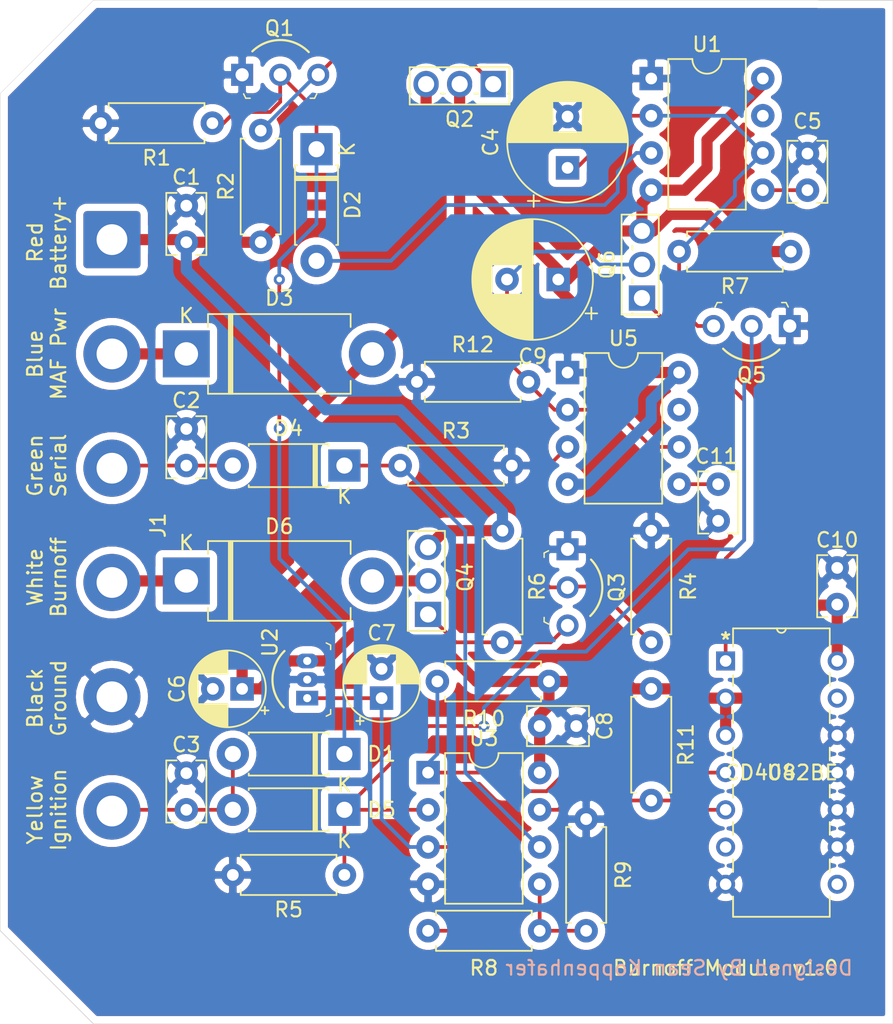
<source format=kicad_pcb>
(kicad_pcb (version 20171130) (host pcbnew "(5.1.10)-1")
  (title_block (title "Burn Off Module") (date 2021-10-03) (rev v1.0) (comment 2 creativecommons.org/license/by/4.0/) (comment 3 "License: CC BY 4.0") (comment 4 "Author: Sean Koppenhafer"))
  (layers (0 F.Cu signal hide) (31 B.Cu signal hide) (34 B.Paste user) (35 F.Paste user) (36 B.SilkS user) (37 F.SilkS user) (38 B.Mask user) (39 F.Mask user) (44 Edge.Cuts user))
  (net 0 "")
  (net 1 BAT_IN)
  (net 2 GROUND_IN)
  (net 3 SERIAL_IN)
  (net 4 IGNITION_IN)
  (net 5 "Net-(C4-Pad1)")
  (net 6 "Net-(C5-Pad1)")
  (net 7 PWR_OUT)
  (net 8 /5v_reg)
  (net 9 "Net-(D1-Pad1)")
  (net 10 /5sec_out)
  (net 11 /ignition_d)
  (net 12 BURNOFF_OUT)
  (net 13 "Net-(Q1-Pad3)")
  (net 14 /1sec_out)
  (net 15 "Net-(Q3-Pad3)")
  (net 16 /burnoff_asserted)
  (net 17 /ignition_is_off)
  (net 18 /serial_is_low)
  (net 19 "Net-(U1-Pad7)")
  (net 20 "Net-(U4-Pad6)")
  (net 21 "Net-(U4-Pad8)")
  (net 22 "Net-(U4-Pad13)")
  (net 23 "Net-(U5-Pad7)")
  (net 24 /switched_vcc)
  (net 25 "Net-(C9-Pad2)")
  (net 26 "Net-(C11-Pad1)")
  (net 27 /serial)
  (net 28 "Net-(D6-Pad2)")
  (net 29 "Net-(R8-Pad2)")
  (module Package_DIP:DIP-8_W7.62mm (layer F.Cu) (at 95.25 92.964)
    (fp_text reference U1 (at 3.81 -2.33) (layer F.SilkS))
    (fp_text value NA555P)
    (pad 1 thru_hole rect (at 0 0) (size 1.6 1.6) (drill 0.8) (layers *.Cu *.Mask) (net 2 GROUND_IN))
    (pad 5 thru_hole oval (at 7.62 7.62) (size 1.6 1.6) (drill 0.8) (layers *.Cu *.Mask) (net 6 "Net-(C5-Pad1)"))
    (pad 2 thru_hole oval (at 0 2.54) (size 1.6 1.6) (drill 0.8) (layers *.Cu *.Mask) (net 5 "Net-(C4-Pad1)"))
    (pad 6 thru_hole oval (at 7.62 5.08) (size 1.6 1.6) (drill 0.8) (layers *.Cu *.Mask) (net 5 "Net-(C4-Pad1)"))
    (pad 3 thru_hole oval (at 0 5.08) (size 1.6 1.6) (drill 0.8) (layers *.Cu *.Mask) (net 10 /5sec_out))
    (pad 7 thru_hole oval (at 7.62 2.54) (size 1.6 1.6) (drill 0.8) (layers *.Cu *.Mask) (net 19 "Net-(U1-Pad7)"))
    (pad 4 thru_hole oval (at 0 7.62) (size 1.6 1.6) (drill 0.8) (layers *.Cu *.Mask) (net 24 /switched_vcc))
    (pad 8 thru_hole oval (at 7.62 0) (size 1.6 1.6) (drill 0.8) (layers *.Cu *.Mask) (net 24 /switched_vcc))
  )
  (module Package_DIP:DIP-8_W7.62mm (layer F.Cu) (at 80.01 140.335)
    (fp_text reference U3 (at 3.81 -2.33) (layer F.SilkS))
    (fp_text value LM2903)
    (pad 8 thru_hole oval (at 7.62 0) (size 1.6 1.6) (drill 0.8) (layers *.Cu *.Mask) (net 24 /switched_vcc))
    (pad 4 thru_hole oval (at 0 7.62) (size 1.6 1.6) (drill 0.8) (layers *.Cu *.Mask) (net 2 GROUND_IN))
    (pad 7 thru_hole oval (at 7.62 2.54) (size 1.6 1.6) (drill 0.8) (layers *.Cu *.Mask) (net 18 /serial_is_low))
    (pad 3 thru_hole oval (at 0 5.08) (size 1.6 1.6) (drill 0.8) (layers *.Cu *.Mask) (net 8 /5v_reg))
    (pad 6 thru_hole oval (at 7.62 5.08) (size 1.6 1.6) (drill 0.8) (layers *.Cu *.Mask) (net 27 /serial))
    (pad 2 thru_hole oval (at 0 2.54) (size 1.6 1.6) (drill 0.8) (layers *.Cu *.Mask) (net 11 /ignition_d))
    (pad 5 thru_hole oval (at 7.62 7.62) (size 1.6 1.6) (drill 0.8) (layers *.Cu *.Mask) (net 29 "Net-(R8-Pad2)"))
    (pad 1 thru_hole rect (at 0 0) (size 1.6 1.6) (drill 0.8) (layers *.Cu *.Mask) (net 17 /ignition_is_off))
  )
  (module Capacitor_THT:C_Rect_L4.0mm_W2.5mm_P2.50mm (layer F.Cu) (at 107.95 126.365 270)
    (fp_text reference C10 (at -1.905 0 180) (layer F.SilkS))
    (fp_text value 0.1uF)
    (pad 1 thru_hole circle (at 0 0 270) (size 1.6 1.6) (drill 0.8) (layers *.Cu *.Mask) (net 24 /switched_vcc))
    (pad 2 thru_hole circle (at 2.5 0 270) (size 1.6 1.6) (drill 0.8) (layers *.Cu *.Mask) (net 2 GROUND_IN))
  )
  (module Diode_THT:D_DO-41_SOD81_P7.62mm_Horizontal (layer F.Cu) (at 72.39 97.79 270)
    (fp_text reference D2 (at 3.81 -2.47 90) (layer F.SilkS))
    (fp_text value D)
    (fp_text user K (at 0 -2.1 90) (layer F.SilkS))
    (pad 2 thru_hole oval (at 7.62 0 270) (size 2.2 2.2) (drill 1.1) (layers *.Cu *.Mask) (net 10 /5sec_out))
    (pad 1 thru_hole rect (at 0 0 270) (size 2.2 2.2) (drill 1.1) (layers *.Cu *.Mask) (net 9 "Net-(D1-Pad1)"))
  )
  (module Connector_Wire:SolderWire-1.5sqmm_1x06_P7.8mm_D1.7mm_OD3.9mm (layer F.Cu) (at 58.42 103.96 270)
    (fp_text reference J1 (at 19.5 -3.15 90) (layer F.SilkS))
    (fp_text value Conn_01x06_Male)
    (pad 1 thru_hole roundrect (at 0 0 270) (size 3.9 3.9) (drill 2.1) (layers *.Cu *.Mask) (roundrect_rratio 0.06410299999999999) (net 1 BAT_IN))
    (pad 2 thru_hole circle (at 7.8 0 270) (size 3.9 3.9) (drill 2.1) (layers *.Cu *.Mask) (net 7 PWR_OUT))
    (pad 3 thru_hole circle (at 15.6 0 270) (size 3.9 3.9) (drill 2.1) (layers *.Cu *.Mask) (net 3 SERIAL_IN))
    (pad 4 thru_hole circle (at 23.4 0 270) (size 3.9 3.9) (drill 2.1) (layers *.Cu *.Mask) (net 12 BURNOFF_OUT))
    (pad 5 thru_hole circle (at 31.2 0 270) (size 3.9 3.9) (drill 2.1) (layers *.Cu *.Mask) (net 2 GROUND_IN))
    (pad 6 thru_hole circle (at 39 0 270) (size 3.9 3.9) (drill 2.1) (layers *.Cu *.Mask) (net 4 IGNITION_IN))
  )
  (module Capacitor_THT:C_Rect_L4.0mm_W2.5mm_P2.50mm (layer F.Cu) (at 63.5 104.14 90)
    (fp_text reference C1 (at 4.445 0 180) (layer F.SilkS))
    (fp_text value 0.1uF)
    (pad 1 thru_hole circle (at 0 0 90) (size 1.6 1.6) (drill 0.8) (layers *.Cu *.Mask) (net 1 BAT_IN))
    (pad 2 thru_hole circle (at 2.5 0 90) (size 1.6 1.6) (drill 0.8) (layers *.Cu *.Mask) (net 2 GROUND_IN))
  )
  (module Capacitor_THT:C_Rect_L4.0mm_W2.5mm_P2.50mm (layer F.Cu) (at 63.5 119.38 90)
    (fp_text reference C2 (at 4.445 0 180) (layer F.SilkS))
    (fp_text value 0.1uF)
    (pad 1 thru_hole circle (at 0 0 90) (size 1.6 1.6) (drill 0.8) (layers *.Cu *.Mask) (net 3 SERIAL_IN))
    (pad 2 thru_hole circle (at 2.5 0 90) (size 1.6 1.6) (drill 0.8) (layers *.Cu *.Mask) (net 2 GROUND_IN))
  )
  (module Capacitor_THT:C_Rect_L4.0mm_W2.5mm_P2.50mm (layer F.Cu) (at 63.5 142.875 90)
    (fp_text reference C3 (at 4.445 0 180) (layer F.SilkS))
    (fp_text value 0.1uF)
    (pad 2 thru_hole circle (at 2.5 0 90) (size 1.6 1.6) (drill 0.8) (layers *.Cu *.Mask) (net 2 GROUND_IN))
    (pad 1 thru_hole circle (at 0 0 90) (size 1.6 1.6) (drill 0.8) (layers *.Cu *.Mask) (net 4 IGNITION_IN))
  )
  (module Capacitor_THT:C_Rect_L4.0mm_W2.5mm_P2.50mm (layer F.Cu) (at 105.918 100.584 90)
    (fp_text reference C5 (at 4.699 0 180) (layer F.SilkS))
    (fp_text value 0.1uF)
    (pad 1 thru_hole circle (at 0 0 90) (size 1.6 1.6) (drill 0.8) (layers *.Cu *.Mask) (net 6 "Net-(C5-Pad1)"))
    (pad 2 thru_hole circle (at 2.5 0 90) (size 1.6 1.6) (drill 0.8) (layers *.Cu *.Mask) (net 2 GROUND_IN))
  )
  (module Capacitor_THT:CP_Radial_D5.0mm_P2.00mm (layer F.Cu) (at 67.31 134.62 180)
    (fp_text reference C6 (at 4.445 0 90) (layer F.SilkS))
    (fp_text value 2.2uF)
    (pad 2 thru_hole circle (at 2 0 180) (size 1.6 1.6) (drill 0.8) (layers *.Cu *.Mask) (net 2 GROUND_IN))
    (pad 1 thru_hole rect (at 0 0 180) (size 1.6 1.6) (drill 0.8) (layers *.Cu *.Mask) (net 24 /switched_vcc))
  )
  (module Capacitor_THT:CP_Radial_D5.0mm_P2.00mm (layer F.Cu) (at 76.835 135.255 90)
    (fp_text reference C7 (at 4.445 0) (layer F.SilkS))
    (fp_text value 2.2uF)
    (pad 1 thru_hole rect (at 0 0 90) (size 1.6 1.6) (drill 0.8) (layers *.Cu *.Mask) (net 8 /5v_reg))
    (pad 2 thru_hole circle (at 2 0 90) (size 1.6 1.6) (drill 0.8) (layers *.Cu *.Mask) (net 2 GROUND_IN))
  )
  (module Capacitor_THT:C_Rect_L4.0mm_W2.5mm_P2.50mm (layer F.Cu) (at 87.63 137.16)
    (fp_text reference C8 (at 4.445 0 90) (layer F.SilkS))
    (fp_text value 0.1uF)
    (pad 2 thru_hole circle (at 2.5 0) (size 1.6 1.6) (drill 0.8) (layers *.Cu *.Mask) (net 2 GROUND_IN))
    (pad 1 thru_hole circle (at 0 0) (size 1.6 1.6) (drill 0.8) (layers *.Cu *.Mask) (net 24 /switched_vcc))
  )
  (module Capacitor_THT:C_Rect_L4.0mm_W2.5mm_P2.50mm (layer F.Cu) (at 99.822 120.65 270)
    (fp_text reference C11 (at -1.905 0.127 180) (layer F.SilkS))
    (fp_text value 0.1uF)
    (pad 2 thru_hole circle (at 2.5 0 270) (size 1.6 1.6) (drill 0.8) (layers *.Cu *.Mask) (net 2 GROUND_IN))
    (pad 1 thru_hole circle (at 0 0 270) (size 1.6 1.6) (drill 0.8) (layers *.Cu *.Mask) (net 26 "Net-(C11-Pad1)"))
  )
  (module Diode_THT:D_DO-201AD_P12.70mm_Horizontal (layer F.Cu) (at 63.5 111.76)
    (fp_text reference D3 (at 6.35 -3.81) (layer F.SilkS))
    (fp_text value D_Schottky)
    (fp_text user K (at 0 -2.6) (layer F.SilkS))
    (pad 2 thru_hole oval (at 12.7 0) (size 3.2 3.2) (drill 1.6) (layers *.Cu *.Mask) (net 24 /switched_vcc))
    (pad 1 thru_hole rect (at 0 0) (size 3.2 3.2) (drill 1.6) (layers *.Cu *.Mask) (net 7 PWR_OUT))
  )
  (module Diode_THT:D_DO-201AD_P12.70mm_Horizontal (layer F.Cu) (at 63.5 127.254)
    (fp_text reference D6 (at 6.35 -3.72) (layer F.SilkS))
    (fp_text value D_Schottky)
    (fp_text user K (at 0 -2.6) (layer F.SilkS))
    (pad 1 thru_hole rect (at 0 0) (size 3.2 3.2) (drill 1.6) (layers *.Cu *.Mask) (net 12 BURNOFF_OUT))
    (pad 2 thru_hole oval (at 12.7 0) (size 3.2 3.2) (drill 1.6) (layers *.Cu *.Mask) (net 28 "Net-(D6-Pad2)"))
  )
  (module digikey-footprints:TO-92-3_Formed_Leads (layer F.Cu) (at 67.31 92.71)
    (fp_text reference Q1 (at 2.54 -3.175) (layer F.SilkS))
    (fp_text value Q_NMOS_SGD)
    (pad 2 thru_hole circle (at 2.6 0 180) (size 1.5 1.5) (drill 0.9) (layers *.Cu *.Mask) (net 9 "Net-(D1-Pad1)"))
    (pad 3 thru_hole circle (at 5.2 0 180) (size 1.5 1.5) (drill 0.9) (layers *.Cu *.Mask) (net 13 "Net-(Q1-Pad3)"))
    (pad 1 thru_hole rect (at 0 0 180) (size 1.5 1.5) (drill 0.9) (layers *.Cu *.Mask) (net 2 GROUND_IN))
  )
  (module Package_TO_SOT_THT:TO-251-3_Vertical (layer F.Cu) (at 84.455 93.345 180)
    (fp_text reference Q2 (at 2.29 -2.39) (layer F.SilkS))
    (fp_text value Q_PMOS_GDS)
    (pad 1 thru_hole rect (at 0 0 180) (size 1.7175 1.8) (drill 1.1) (layers *.Cu *.Mask) (net 13 "Net-(Q1-Pad3)"))
    (pad 2 thru_hole oval (at 2.29 0 180) (size 1.7175 1.8) (drill 1.1) (layers *.Cu *.Mask) (net 24 /switched_vcc))
    (pad 3 thru_hole oval (at 4.58 0 180) (size 1.7175 1.8) (drill 1.1) (layers *.Cu *.Mask) (net 1 BAT_IN))
  )
  (module digikey-footprints:TO-92-3_Formed_Leads (layer F.Cu) (at 89.535 125.095 270)
    (fp_text reference Q3 (at 2.6 -3.35 90) (layer F.SilkS))
    (fp_text value Q_NMOS_SGD)
    (pad 1 thru_hole rect (at 0 0 90) (size 1.5 1.5) (drill 0.9) (layers *.Cu *.Mask) (net 2 GROUND_IN))
    (pad 3 thru_hole circle (at 5.2 0 90) (size 1.5 1.5) (drill 0.9) (layers *.Cu *.Mask) (net 15 "Net-(Q3-Pad3)"))
    (pad 2 thru_hole circle (at 2.6 0 90) (size 1.5 1.5) (drill 0.9) (layers *.Cu *.Mask) (net 14 /1sec_out))
  )
  (module Package_TO_SOT_THT:TO-251-3_Vertical (layer F.Cu) (at 80.01 129.54 90)
    (fp_text reference Q4 (at 2.54 2.54 90) (layer F.SilkS))
    (fp_text value Q_PMOS_GDS)
    (pad 1 thru_hole rect (at 0 0 90) (size 1.7175 1.8) (drill 1.1) (layers *.Cu *.Mask) (net 15 "Net-(Q3-Pad3)"))
    (pad 2 thru_hole oval (at 2.29 0 90) (size 1.7175 1.8) (drill 1.1) (layers *.Cu *.Mask) (net 28 "Net-(D6-Pad2)"))
    (pad 3 thru_hole oval (at 4.58 0 90) (size 1.7175 1.8) (drill 1.1) (layers *.Cu *.Mask) (net 1 BAT_IN))
  )
  (module digikey-footprints:TO-92-3_Formed_Leads (layer F.Cu) (at 104.708 109.855 180)
    (fp_text reference Q5 (at 2.6 -3.35) (layer F.SilkS))
    (fp_text value Q_NMOS_SGD)
    (pad 2 thru_hole circle (at 2.6 0) (size 1.5 1.5) (drill 0.9) (layers *.Cu *.Mask) (net 11 /ignition_d))
    (pad 3 thru_hole circle (at 5.2 0) (size 1.5 1.5) (drill 0.9) (layers *.Cu *.Mask) (net 5 "Net-(C4-Pad1)"))
    (pad 1 thru_hole rect (at 0 0) (size 1.5 1.5) (drill 0.9) (layers *.Cu *.Mask) (net 2 GROUND_IN))
  )
  (module Package_TO_SOT_THT:TO-251-3_Vertical (layer F.Cu) (at 94.615 107.95 90)
    (fp_text reference Q6 (at 2.29 -2.39 90) (layer F.SilkS))
    (fp_text value Q_PMOS_GDS)
    (pad 3 thru_hole oval (at 4.58 0 90) (size 1.7175 1.8) (drill 1.1) (layers *.Cu *.Mask) (net 24 /switched_vcc))
    (pad 2 thru_hole oval (at 2.29 0 90) (size 1.7175 1.8) (drill 1.1) (layers *.Cu *.Mask) (net 25 "Net-(C9-Pad2)"))
    (pad 1 thru_hole rect (at 0 0 90) (size 1.7175 1.8) (drill 1.1) (layers *.Cu *.Mask) (net 16 /burnoff_asserted))
  )
  (module Resistor_THT:R_Axial_DIN0207_L6.3mm_D2.5mm_P7.62mm_Horizontal (layer F.Cu) (at 68.58 104.14 90)
    (fp_text reference R2 (at 3.81 -2.37 90) (layer F.SilkS))
    (fp_text value 10k)
    (pad 2 thru_hole oval (at 7.62 0 90) (size 1.6 1.6) (drill 0.8) (layers *.Cu *.Mask) (net 13 "Net-(Q1-Pad3)"))
    (pad 1 thru_hole circle (at 0 0 90) (size 1.6 1.6) (drill 0.8) (layers *.Cu *.Mask) (net 1 BAT_IN))
  )
  (module Resistor_THT:R_Axial_DIN0207_L6.3mm_D2.5mm_P7.62mm_Horizontal (layer F.Cu) (at 85.09 123.825 270)
    (fp_text reference R6 (at 3.81 -2.37 90) (layer F.SilkS))
    (fp_text value 10k)
    (pad 1 thru_hole circle (at 0 0 270) (size 1.6 1.6) (drill 0.8) (layers *.Cu *.Mask) (net 1 BAT_IN))
    (pad 2 thru_hole oval (at 7.62 0 270) (size 1.6 1.6) (drill 0.8) (layers *.Cu *.Mask) (net 15 "Net-(Q3-Pad3)"))
  )
  (module Resistor_THT:R_Axial_DIN0207_L6.3mm_D2.5mm_P7.62mm_Horizontal (layer F.Cu) (at 104.775 104.775 180)
    (fp_text reference R7 (at 3.81 -2.37) (layer F.SilkS))
    (fp_text value 47k)
    (pad 1 thru_hole circle (at 0 0 180) (size 1.6 1.6) (drill 0.8) (layers *.Cu *.Mask) (net 24 /switched_vcc))
    (pad 2 thru_hole oval (at 7.62 0 180) (size 1.6 1.6) (drill 0.8) (layers *.Cu *.Mask) (net 5 "Net-(C4-Pad1)"))
  )
  (module Resistor_THT:R_Axial_DIN0207_L6.3mm_D2.5mm_P7.62mm_Horizontal (layer F.Cu) (at 80.01 151.13)
    (fp_text reference R8 (at 3.81 2.54) (layer F.SilkS))
    (fp_text value 560)
    (pad 2 thru_hole oval (at 7.62 0) (size 1.6 1.6) (drill 0.8) (layers *.Cu *.Mask) (net 29 "Net-(R8-Pad2)"))
    (pad 1 thru_hole circle (at 0 0) (size 1.6 1.6) (drill 0.8) (layers *.Cu *.Mask) (net 8 /5v_reg))
  )
  (module Resistor_THT:R_Axial_DIN0207_L6.3mm_D2.5mm_P7.62mm_Horizontal (layer F.Cu) (at 90.805 151.13 90)
    (fp_text reference R9 (at 3.81 2.54 90) (layer F.SilkS))
    (fp_text value 1k)
    (pad 1 thru_hole circle (at 0 0 90) (size 1.6 1.6) (drill 0.8) (layers *.Cu *.Mask) (net 29 "Net-(R8-Pad2)"))
    (pad 2 thru_hole oval (at 7.62 0 90) (size 1.6 1.6) (drill 0.8) (layers *.Cu *.Mask) (net 2 GROUND_IN))
  )
  (module Resistor_THT:R_Axial_DIN0207_L6.3mm_D2.5mm_P7.62mm_Horizontal (layer F.Cu) (at 88.265 134.112 180)
    (fp_text reference R10 (at 4.445 -2.54) (layer F.SilkS))
    (fp_text value 10k)
    (pad 2 thru_hole oval (at 7.62 0 180) (size 1.6 1.6) (drill 0.8) (layers *.Cu *.Mask) (net 17 /ignition_is_off))
    (pad 1 thru_hole circle (at 0 0 180) (size 1.6 1.6) (drill 0.8) (layers *.Cu *.Mask) (net 24 /switched_vcc))
  )
  (module Resistor_THT:R_Axial_DIN0207_L6.3mm_D2.5mm_P7.62mm_Horizontal (layer F.Cu) (at 95.25 134.62 270)
    (fp_text reference R11 (at 3.81 -2.37 90) (layer F.SilkS))
    (fp_text value 10k)
    (pad 1 thru_hole circle (at 0 0 270) (size 1.6 1.6) (drill 0.8) (layers *.Cu *.Mask) (net 24 /switched_vcc))
    (pad 2 thru_hole oval (at 7.62 0 270) (size 1.6 1.6) (drill 0.8) (layers *.Cu *.Mask) (net 18 /serial_is_low))
  )
  (module Resistor_THT:R_Axial_DIN0207_L6.3mm_D2.5mm_P7.62mm_Horizontal (layer F.Cu) (at 86.868 113.665 180)
    (fp_text reference R12 (at 3.81 2.54) (layer F.SilkS))
    (fp_text value 39k)
    (pad 2 thru_hole oval (at 7.62 0 180) (size 1.6 1.6) (drill 0.8) (layers *.Cu *.Mask) (net 2 GROUND_IN))
    (pad 1 thru_hole circle (at 0 0 180) (size 1.6 1.6) (drill 0.8) (layers *.Cu *.Mask) (net 25 "Net-(C9-Pad2)"))
  )
  (module digikey-footprints:TO-92-3 (layer F.Cu) (at 71.755 135.255 90)
    (fp_text reference U2 (at 3.81 -2.54 90) (layer F.SilkS))
    (fp_text value LP2950-5.0_TO92)
    (pad 2 thru_hole oval (at 1.27 0 270) (size 1 1.5) (drill 0.55) (layers *.Cu *.Mask) (net 2 GROUND_IN))
    (pad 3 thru_hole oval (at 2.54 0 270) (size 1 1.5) (drill 0.55) (layers *.Cu *.Mask) (net 24 /switched_vcc))
    (pad 1 thru_hole rect (at 0 0 270) (size 1 1.5) (drill 0.55) (layers *.Cu *.Mask) (net 8 /5v_reg))
  )
  (module footprints:CD4082BE (layer F.Cu) (at 107.95 147.955)
    (fp_text reference U4 (at -3.81 -7.62) (layer F.SilkS))
    (fp_text value CD4082BE (at -3.81 -7.62) (layer F.SilkS))
    (fp_text user * (at -7.62 -16.6497) (layer F.SilkS))
    (fp_text user * (at -7.62 -16.6497) (layer F.SilkS))
    (pad 1 thru_hole rect (at -7.62 -15.24) (size 1.2954 1.2954) (drill 0.7874) (layers *.Cu *.Mask) (net 16 /burnoff_asserted))
    (pad 2 thru_hole circle (at -7.62 -12.7) (size 1.2954 1.2954) (drill 0.7874) (layers *.Cu *.Mask) (net 24 /switched_vcc))
    (pad 3 thru_hole circle (at -7.62 -10.16) (size 1.2954 1.2954) (drill 0.7874) (layers *.Cu *.Mask) (net 24 /switched_vcc))
    (pad 4 thru_hole circle (at -7.62 -7.62) (size 1.2954 1.2954) (drill 0.7874) (layers *.Cu *.Mask) (net 17 /ignition_is_off))
    (pad 5 thru_hole circle (at -7.62 -5.08) (size 1.2954 1.2954) (drill 0.7874) (layers *.Cu *.Mask) (net 18 /serial_is_low))
    (pad 6 thru_hole circle (at -7.62 -2.54) (size 1.2954 1.2954) (drill 0.7874) (layers *.Cu *.Mask) (net 20 "Net-(U4-Pad6)"))
    (pad 7 thru_hole circle (at -7.62 0) (size 1.2954 1.2954) (drill 0.7874) (layers *.Cu *.Mask) (net 2 GROUND_IN))
    (pad 8 thru_hole circle (at 0 0) (size 1.2954 1.2954) (drill 0.7874) (layers *.Cu *.Mask) (net 21 "Net-(U4-Pad8)"))
    (pad 9 thru_hole circle (at 0 -2.54) (size 1.2954 1.2954) (drill 0.7874) (layers *.Cu *.Mask) (net 2 GROUND_IN))
    (pad 10 thru_hole circle (at 0 -5.08) (size 1.2954 1.2954) (drill 0.7874) (layers *.Cu *.Mask) (net 2 GROUND_IN))
    (pad 11 thru_hole circle (at 0 -7.62) (size 1.2954 1.2954) (drill 0.7874) (layers *.Cu *.Mask) (net 2 GROUND_IN))
    (pad 12 thru_hole circle (at 0 -10.16) (size 1.2954 1.2954) (drill 0.7874) (layers *.Cu *.Mask) (net 2 GROUND_IN))
    (pad 13 thru_hole circle (at 0 -12.7) (size 1.2954 1.2954) (drill 0.7874) (layers *.Cu *.Mask) (net 22 "Net-(U4-Pad13)"))
    (pad 14 thru_hole circle (at 0 -15.24) (size 1.2954 1.2954) (drill 0.7874) (layers *.Cu *.Mask) (net 24 /switched_vcc))
  )
  (module Package_DIP:DIP-8_W7.62mm (layer F.Cu) (at 89.535 113.03)
    (fp_text reference U5 (at 3.81 -2.33) (layer F.SilkS))
    (fp_text value NA555P)
    (pad 1 thru_hole rect (at 0 0) (size 1.6 1.6) (drill 0.8) (layers *.Cu *.Mask) (net 2 GROUND_IN))
    (pad 5 thru_hole oval (at 7.62 7.62) (size 1.6 1.6) (drill 0.8) (layers *.Cu *.Mask) (net 26 "Net-(C11-Pad1)"))
    (pad 2 thru_hole oval (at 0 2.54) (size 1.6 1.6) (drill 0.8) (layers *.Cu *.Mask) (net 25 "Net-(C9-Pad2)"))
    (pad 6 thru_hole oval (at 7.62 5.08) (size 1.6 1.6) (drill 0.8) (layers *.Cu *.Mask) (net 25 "Net-(C9-Pad2)"))
    (pad 3 thru_hole oval (at 0 5.08) (size 1.6 1.6) (drill 0.8) (layers *.Cu *.Mask) (net 14 /1sec_out))
    (pad 7 thru_hole oval (at 7.62 2.54) (size 1.6 1.6) (drill 0.8) (layers *.Cu *.Mask) (net 23 "Net-(U5-Pad7)"))
    (pad 4 thru_hole oval (at 0 7.62) (size 1.6 1.6) (drill 0.8) (layers *.Cu *.Mask) (net 24 /switched_vcc))
    (pad 8 thru_hole oval (at 7.62 0) (size 1.6 1.6) (drill 0.8) (layers *.Cu *.Mask) (net 24 /switched_vcc))
  )
  (module Diode_THT:D_DO-41_SOD81_P7.62mm_Horizontal (layer F.Cu) (at 74.295 139.065 180)
    (fp_text reference D1 (at -2.54 0) (layer F.SilkS))
    (fp_text value D)
    (fp_text user K (at 0 -2.1) (layer F.SilkS))
    (pad 2 thru_hole oval (at 7.62 0 180) (size 2.2 2.2) (drill 1.1) (layers *.Cu *.Mask) (net 4 IGNITION_IN))
    (pad 1 thru_hole rect (at 0 0 180) (size 2.2 2.2) (drill 1.1) (layers *.Cu *.Mask) (net 9 "Net-(D1-Pad1)"))
  )
  (module Diode_THT:D_DO-41_SOD81_P7.62mm_Horizontal (layer F.Cu) (at 74.295 119.38 180)
    (fp_text reference D4 (at 3.81 2.54) (layer F.SilkS))
    (fp_text value D)
    (fp_text user K (at 0 -2.1) (layer F.SilkS))
    (pad 2 thru_hole oval (at 7.62 0 180) (size 2.2 2.2) (drill 1.1) (layers *.Cu *.Mask) (net 3 SERIAL_IN))
    (pad 1 thru_hole rect (at 0 0 180) (size 2.2 2.2) (drill 1.1) (layers *.Cu *.Mask) (net 27 /serial))
  )
  (module Diode_THT:D_DO-41_SOD81_P7.62mm_Horizontal (layer F.Cu) (at 74.295 142.875 180)
    (fp_text reference D5 (at -2.54 0) (layer F.SilkS))
    (fp_text value D)
    (fp_text user K (at 0 -2.1) (layer F.SilkS))
    (pad 1 thru_hole rect (at 0 0 180) (size 2.2 2.2) (drill 1.1) (layers *.Cu *.Mask) (net 11 /ignition_d))
    (pad 2 thru_hole oval (at 7.62 0 180) (size 2.2 2.2) (drill 1.1) (layers *.Cu *.Mask) (net 4 IGNITION_IN))
  )
  (module Resistor_THT:R_Axial_DIN0207_L6.3mm_D2.5mm_P7.62mm_Horizontal (layer F.Cu) (at 65.278 96.012 180)
    (fp_text reference R1 (at 3.81 -2.37) (layer F.SilkS))
    (fp_text value 10k)
    (pad 2 thru_hole oval (at 7.62 0 180) (size 1.6 1.6) (drill 0.8) (layers *.Cu *.Mask) (net 2 GROUND_IN))
    (pad 1 thru_hole circle (at 0 0 180) (size 1.6 1.6) (drill 0.8) (layers *.Cu *.Mask) (net 9 "Net-(D1-Pad1)"))
  )
  (module Resistor_THT:R_Axial_DIN0207_L6.3mm_D2.5mm_P7.62mm_Horizontal (layer F.Cu) (at 78.105 119.38)
    (fp_text reference R3 (at 3.81 -2.37) (layer F.SilkS))
    (fp_text value 10k)
    (pad 2 thru_hole oval (at 7.62 0) (size 1.6 1.6) (drill 0.8) (layers *.Cu *.Mask) (net 2 GROUND_IN))
    (pad 1 thru_hole circle (at 0 0) (size 1.6 1.6) (drill 0.8) (layers *.Cu *.Mask) (net 27 /serial))
  )
  (module Resistor_THT:R_Axial_DIN0207_L6.3mm_D2.5mm_P7.62mm_Horizontal (layer F.Cu) (at 95.25 131.445 90)
    (fp_text reference R4 (at 3.81 2.54 90) (layer F.SilkS))
    (fp_text value 10k)
    (pad 1 thru_hole circle (at 0 0 90) (size 1.6 1.6) (drill 0.8) (layers *.Cu *.Mask) (net 14 /1sec_out))
    (pad 2 thru_hole oval (at 7.62 0 90) (size 1.6 1.6) (drill 0.8) (layers *.Cu *.Mask) (net 2 GROUND_IN))
  )
  (module Resistor_THT:R_Axial_DIN0207_L6.3mm_D2.5mm_P7.62mm_Horizontal (layer F.Cu) (at 74.295 147.32 180)
    (fp_text reference R5 (at 3.81 -2.37) (layer F.SilkS))
    (fp_text value 10k)
    (pad 1 thru_hole circle (at 0 0 180) (size 1.6 1.6) (drill 0.8) (layers *.Cu *.Mask) (net 11 /ignition_d))
    (pad 2 thru_hole oval (at 7.62 0 180) (size 1.6 1.6) (drill 0.8) (layers *.Cu *.Mask) (net 2 GROUND_IN))
  )
  (module Capacitor_THT:CP_Radial_D8.0mm_P3.50mm (layer F.Cu) (at 89.535 99.06 90)
    (fp_text reference C4 (at 1.75 -5.25 90) (layer F.SilkS))
    (fp_text value 100uF)
    (pad 2 thru_hole circle (at 3.5 0 90) (size 1.6 1.6) (drill 0.8) (layers *.Cu *.Mask) (net 2 GROUND_IN))
    (pad 1 thru_hole rect (at 0 0 90) (size 1.6 1.6) (drill 0.8) (layers *.Cu *.Mask) (net 5 "Net-(C4-Pad1)"))
  )
  (module Capacitor_THT:CP_Radial_D8.0mm_P3.50mm (layer F.Cu) (at 88.9 106.68 180)
    (fp_text reference C9 (at 1.75 -5.25) (layer F.SilkS))
    (fp_text value 100uF)
    (pad 1 thru_hole rect (at 0 0 180) (size 1.6 1.6) (drill 0.8) (layers *.Cu *.Mask) (net 24 /switched_vcc))
    (pad 2 thru_hole circle (at 3.5 0 180) (size 1.6 1.6) (drill 0.8) (layers *.Cu *.Mask) (net 25 "Net-(C9-Pad2)"))
  )
  (gr_text "Designed By Sean Koppenhafer" (at 97.155 153.67) (layer B.SilkS) (effects (font (size 1 1)) (justify mirror)))
  (gr_text "Yellow\nIgnition" (at 53.975 142.875 90) (layer F.SilkS) (effects (font (size 1 1))))
  (gr_text "Black\nGround" (at 53.975 135.255 90) (layer F.SilkS) (effects (font (size 1 1))))
  (gr_text "White\nBurnoff" (at 53.975 127 90) (layer F.SilkS) (effects (font (size 1 1))))
  (gr_text "Green\nSerial" (at 53.975 119.38 90) (layer F.SilkS) (effects (font (size 1 1))))
  (gr_text "Blue\nMAF Pwr" (at 53.975 111.76 90) (layer F.SilkS) (effects (font (size 1 1))))
  (gr_text "Red\nBattery+" (at 53.975 104.14 90) (layer F.SilkS) (effects (font (size 1 1))))
  (gr_text "Burnoff Module v1.0" (at 100.33 153.67) (layer F.SilkS) (effects (font (size 1 1))))
  (gr_line (start 111.76 87.63) (end 106.68 87.63) (layer Edge.Cuts) (width 0.05))
  (gr_line (start 111.76 157.48) (end 111.76 87.63) (layer Edge.Cuts) (width 0.05))
  (gr_line (start 106.68 157.48) (end 111.76 157.48) (layer Edge.Cuts) (width 0.05))
  (gr_line (start 50.8 93.98) (end 50.8 151.13) (layer Edge.Cuts) (width 0.0254))
  (gr_line (start 106.68 87.63) (end 57.15 87.63) (layer Edge.Cuts) (width 0.0254))
  (gr_line (start 57.15 87.63) (end 50.8 93.98) (layer Edge.Cuts) (width 0.0254))
  (gr_line (start 57.15 157.48) (end 106.68 157.48) (layer Edge.Cuts) (width 0.05))
  (gr_line (start 50.8 151.13) (end 57.15 157.48) (layer Edge.Cuts) (width 0.05))
  (segment (start 63.32 103.96) (end 63.5 104.14) (width 0.254) (layer F.Cu) (net 1))
  (segment (start 58.42 103.96) (end 63.32 103.96) (width 0.762) (layer F.Cu) (net 1))
  (segment (start 79.875 93.345) (end 79.875 96.02) (width 0.762) (layer F.Cu) (net 1))
  (segment (start 74.295 101.6) (end 71.755 101.6) (width 0.762) (layer F.Cu) (net 1))
  (segment (start 79.875 96.02) (end 74.295 101.6) (width 0.762) (layer F.Cu) (net 1))
  (segment (start 63.5 104.14) (end 68.58 104.14) (width 0.762) (layer F.Cu) (net 1))
  (segment (start 71.12 101.6) (end 71.755 101.6) (width 0.762) (layer F.Cu) (net 1))
  (segment (start 68.58 104.14) (end 71.12 101.6) (width 0.762) (layer F.Cu) (net 1))
  (segment (start 81.145 123.825) (end 80.01 124.96) (width 0.762) (layer F.Cu) (net 1))
  (segment (start 85.09 123.825) (end 81.145 123.825) (width 0.762) (layer F.Cu) (net 1))
  (segment (start 73.025 115.57) (end 63.5 106.045) (width 0.762) (layer B.Cu) (net 1))
  (segment (start 78.105 115.57) (end 73.025 115.57) (width 0.762) (layer B.Cu) (net 1))
  (segment (start 63.5 106.045) (end 63.5 104.14) (width 0.762) (layer B.Cu) (net 1))
  (segment (start 85.09 122.555) (end 78.105 115.57) (width 0.762) (layer B.Cu) (net 1))
  (segment (start 85.09 123.825) (end 85.09 122.555) (width 0.762) (layer B.Cu) (net 1))
  (segment (start 58.6 119.38) (end 58.42 119.56) (width 0.254) (layer F.Cu) (net 3))
  (segment (start 63.5 119.38) (end 58.6 119.38) (width 0.254) (layer F.Cu) (net 3))
  (segment (start 63.5 119.38) (end 66.675 119.38) (width 0.254) (layer F.Cu) (net 3))
  (segment (start 58.505 142.875) (end 58.42 142.96) (width 0.254) (layer F.Cu) (net 4))
  (segment (start 63.5 142.875) (end 58.505 142.875) (width 0.254) (layer F.Cu) (net 4))
  (segment (start 63.5 142.875) (end 66.675 142.875) (width 0.254) (layer F.Cu) (net 4))
  (segment (start 66.675 142.875) (end 66.675 139.065) (width 0.254) (layer F.Cu) (net 4))
  (segment (start 97.155 108.01) (end 97.155 104.775) (width 0.254) (layer F.Cu) (net 5))
  (segment (start 99.508 109.855) (end 98.425 109.855) (width 0.254) (layer F.Cu) (net 5))
  (segment (start 97.155 108.585) (end 97.155 108.01) (width 0.254) (layer F.Cu) (net 5))
  (segment (start 98.425 109.855) (end 97.155 108.585) (width 0.254) (layer F.Cu) (net 5))
  (segment (start 100.965 99.949) (end 102.87 98.044) (width 0.254) (layer B.Cu) (net 5))
  (segment (start 100.965 100.965) (end 100.965 99.949) (width 0.254) (layer B.Cu) (net 5))
  (segment (start 97.155 104.775) (end 100.965 100.965) (width 0.254) (layer B.Cu) (net 5))
  (segment (start 102.87 98.044) (end 100.33 95.504) (width 0.254) (layer B.Cu) (net 5))
  (segment (start 100.33 95.504) (end 95.25 95.504) (width 0.254) (layer B.Cu) (net 5))
  (segment (start 90.17 99.06) (end 89.535 99.06) (width 0.254) (layer F.Cu) (net 5))
  (segment (start 93.726 95.504) (end 90.17 99.06) (width 0.254) (layer F.Cu) (net 5))
  (segment (start 95.25 95.504) (end 93.726 95.504) (width 0.254) (layer F.Cu) (net 5))
  (segment (start 102.87 100.584) (end 105.918 100.584) (width 0.254) (layer F.Cu) (net 6))
  (segment (start 59.44 110.74) (end 58.42 111.76) (width 0.254) (layer F.Cu) (net 7))
  (segment (start 63.5 111.76) (end 58.42 111.76) (width 0.762) (layer F.Cu) (net 7))
  (segment (start 71.755 135.255) (end 76.835 135.255) (width 0.254) (layer F.Cu) (net 8))
  (segment (start 78.74 145.415) (end 80.01 145.415) (width 0.254) (layer B.Cu) (net 8))
  (segment (start 76.835 143.51) (end 78.74 145.415) (width 0.254) (layer B.Cu) (net 8))
  (segment (start 76.835 135.255) (end 76.835 143.51) (width 0.254) (layer B.Cu) (net 8))
  (segment (start 81.915 145.415) (end 82.55 146.05) (width 0.254) (layer F.Cu) (net 8))
  (segment (start 82.55 146.05) (end 82.55 150.495) (width 0.254) (layer F.Cu) (net 8))
  (segment (start 82.55 150.495) (end 81.915 151.13) (width 0.254) (layer F.Cu) (net 8))
  (segment (start 80.01 145.415) (end 81.915 145.415) (width 0.254) (layer F.Cu) (net 8))
  (segment (start 80.01 151.13) (end 81.915 151.13) (width 0.254) (layer F.Cu) (net 8))
  (segment (start 72.39 95.19) (end 69.91 92.71) (width 0.254) (layer F.Cu) (net 9))
  (segment (start 72.39 97.79) (end 72.39 95.19) (width 0.254) (layer F.Cu) (net 9))
  (segment (start 69.85 114.3) (end 69.85 109.22) (width 0.254) (layer F.Cu) (net 9))
  (segment (start 69.85 109.22) (end 69.85 106.68) (width 0.254) (layer F.Cu) (net 9))
  (segment (start 69.85 106.68) (end 69.85 106.68) (width 0.254) (layer F.Cu) (net 9))
  (via (at 69.85 106.68) (size 0.762) (drill 0.381) (layers F.Cu B.Cu) (net 9))
  (segment (start 69.85 106.68) (end 69.85 105.41) (width 0.254) (layer B.Cu) (net 9))
  (segment (start 72.39 102.87) (end 72.39 97.79) (width 0.254) (layer B.Cu) (net 9))
  (segment (start 69.85 105.41) (end 72.39 102.87) (width 0.254) (layer B.Cu) (net 9))
  (segment (start 69.91 94.555) (end 69.91 92.71) (width 0.254) (layer F.Cu) (net 9))
  (segment (start 69.215 95.25) (end 69.91 94.555) (width 0.254) (layer F.Cu) (net 9))
  (segment (start 66.802 95.25) (end 69.215 95.25) (width 0.254) (layer F.Cu) (net 9))
  (segment (start 66.04 96.012) (end 66.802 95.25) (width 0.254) (layer F.Cu) (net 9))
  (segment (start 65.278 96.012) (end 66.04 96.012) (width 0.254) (layer F.Cu) (net 9))
  (segment (start 74.295 130.175) (end 69.85 125.73) (width 0.254) (layer B.Cu) (net 9))
  (segment (start 74.295 139.065) (end 74.295 130.175) (width 0.254) (layer B.Cu) (net 9))
  (segment (start 69.85 125.73) (end 69.85 117.602001) (width 0.254) (layer B.Cu) (net 9))
  (segment (start 69.85 117.602001) (end 69.85 116.84) (width 0.254) (layer B.Cu) (net 9))
  (segment (start 69.85 116.84) (end 69.85 116.84) (width 0.254) (layer B.Cu) (net 9))
  (via (at 69.85 116.84) (size 0.762) (drill 0.381) (layers F.Cu B.Cu) (net 9))
  (segment (start 69.85 116.84) (end 69.85 114.3) (width 0.254) (layer F.Cu) (net 9))
  (segment (start 94.234 98.044) (end 95.25 98.044) (width 0.254) (layer B.Cu) (net 10))
  (segment (start 92.964 100.711) (end 92.964 99.314) (width 0.254) (layer B.Cu) (net 10))
  (segment (start 92.964 99.314) (end 94.234 98.044) (width 0.254) (layer B.Cu) (net 10))
  (segment (start 92.075 101.6) (end 92.964 100.711) (width 0.254) (layer B.Cu) (net 10))
  (segment (start 81.28 101.6) (end 92.075 101.6) (width 0.254) (layer B.Cu) (net 10))
  (segment (start 77.47 105.41) (end 81.28 101.6) (width 0.254) (layer B.Cu) (net 10))
  (segment (start 72.39 105.41) (end 77.47 105.41) (width 0.254) (layer B.Cu) (net 10))
  (segment (start 74.295 142.875) (end 74.295 147.32) (width 0.254) (layer F.Cu) (net 11))
  (segment (start 74.295 142.875) (end 80.01 142.875) (width 0.254) (layer F.Cu) (net 11))
  (segment (start 74.295 142.875) (end 80.01 137.16) (width 0.254) (layer F.Cu) (net 11))
  (segment (start 80.01 137.16) (end 83.82 137.16) (width 0.254) (layer F.Cu) (net 11))
  (segment (start 83.82 137.16) (end 83.82 137.16) (width 0.254) (layer F.Cu) (net 11))
  (via (at 83.82 137.16) (size 0.762) (drill 0.381) (layers F.Cu B.Cu) (net 11))
  (segment (start 100.965 125.095) (end 101.6 124.46) (width 0.254) (layer B.Cu) (net 11))
  (segment (start 90.805 132.08) (end 97.79 125.095) (width 0.254) (layer B.Cu) (net 11))
  (segment (start 87.63 132.08) (end 90.805 132.08) (width 0.254) (layer B.Cu) (net 11))
  (segment (start 83.82 135.89) (end 87.63 132.08) (width 0.254) (layer B.Cu) (net 11))
  (segment (start 97.79 125.095) (end 100.965 125.095) (width 0.254) (layer B.Cu) (net 11))
  (segment (start 83.82 137.16) (end 83.82 135.89) (width 0.254) (layer B.Cu) (net 11))
  (segment (start 101.6 124.46) (end 101.6 113.792) (width 0.254) (layer B.Cu) (net 11))
  (segment (start 102.108 113.284) (end 102.108 109.855) (width 0.254) (layer B.Cu) (net 11))
  (segment (start 101.6 113.792) (end 102.108 113.284) (width 0.254) (layer B.Cu) (net 11))
  (segment (start 58.526 127.254) (end 58.42 127.36) (width 0.254) (layer F.Cu) (net 12))
  (segment (start 63.5 127.254) (end 58.526 127.254) (width 0.762) (layer F.Cu) (net 12))
  (segment (start 72.39 93.345) (end 72.51 93.345) (width 0.254) (layer F.Cu) (net 13))
  (segment (start 73.78 91.44) (end 72.51 92.71) (width 0.254) (layer F.Cu) (net 13))
  (segment (start 82.55 91.44) (end 73.78 91.44) (width 0.254) (layer F.Cu) (net 13))
  (segment (start 84.455 93.345) (end 82.55 91.44) (width 0.254) (layer F.Cu) (net 13))
  (segment (start 72.39 92.71) (end 72.51 92.71) (width 0.254) (layer B.Cu) (net 13))
  (segment (start 68.58 96.52) (end 72.39 92.71) (width 0.254) (layer B.Cu) (net 13))
  (segment (start 95.25 131.445) (end 91.44 127.635) (width 0.254) (layer F.Cu) (net 14))
  (segment (start 89.595 127.635) (end 89.535 127.695) (width 0.254) (layer F.Cu) (net 14))
  (segment (start 91.44 127.635) (end 89.595 127.635) (width 0.254) (layer F.Cu) (net 14))
  (segment (start 89.535 127.695) (end 88.325 127.695) (width 0.254) (layer F.Cu) (net 14))
  (segment (start 88.325 127.695) (end 87.63 127) (width 0.254) (layer F.Cu) (net 14))
  (segment (start 87.63 120.015) (end 89.535 118.11) (width 0.254) (layer F.Cu) (net 14))
  (segment (start 87.63 127) (end 87.63 120.015) (width 0.254) (layer F.Cu) (net 14))
  (segment (start 81.915 131.445) (end 80.01 129.54) (width 0.254) (layer F.Cu) (net 15))
  (segment (start 85.09 131.445) (end 81.915 131.445) (width 0.254) (layer F.Cu) (net 15))
  (segment (start 88.385 131.445) (end 89.535 130.295) (width 0.254) (layer F.Cu) (net 15))
  (segment (start 85.09 131.445) (end 88.385 131.445) (width 0.254) (layer F.Cu) (net 15))
  (segment (start 98.425 111.76) (end 94.615 107.95) (width 0.254) (layer F.Cu) (net 16))
  (segment (start 101.6 114.935) (end 98.425 111.76) (width 0.254) (layer F.Cu) (net 16))
  (segment (start 101.6 124.46) (end 101.6 114.935) (width 0.254) (layer F.Cu) (net 16))
  (segment (start 100.33 125.73) (end 101.6 124.46) (width 0.254) (layer F.Cu) (net 16))
  (segment (start 100.33 132.715) (end 100.33 125.73) (width 0.254) (layer F.Cu) (net 16))
  (segment (start 80.01 140.335) (end 83.82 140.335) (width 0.254) (layer F.Cu) (net 17))
  (segment (start 83.82 140.335) (end 85.09 141.605) (width 0.254) (layer F.Cu) (net 17))
  (segment (start 89.377882 140.335) (end 100.33 140.335) (width 0.254) (layer F.Cu) (net 17))
  (segment (start 88.107882 141.605) (end 89.377882 140.335) (width 0.254) (layer F.Cu) (net 17))
  (segment (start 85.09 141.605) (end 88.107882 141.605) (width 0.254) (layer F.Cu) (net 17))
  (segment (start 80.01 140.335) (end 80.01 139.7) (width 0.254) (layer B.Cu) (net 17))
  (segment (start 80.645 139.065) (end 80.645 134.112) (width 0.254) (layer B.Cu) (net 17))
  (segment (start 80.01 139.7) (end 80.645 139.065) (width 0.254) (layer B.Cu) (net 17))
  (segment (start 87.63 142.875) (end 88.9 142.875) (width 0.254) (layer F.Cu) (net 18))
  (segment (start 88.9 142.875) (end 90.17 141.605) (width 0.254) (layer F.Cu) (net 18))
  (segment (start 100.33 142.875) (end 98.425 142.875) (width 0.254) (layer F.Cu) (net 18))
  (segment (start 98.425 142.875) (end 97.79 142.24) (width 0.254) (layer F.Cu) (net 18))
  (segment (start 97.79 142.24) (end 95.25 142.24) (width 0.254) (layer F.Cu) (net 18))
  (segment (start 95.25 142.24) (end 93.345 142.24) (width 0.254) (layer F.Cu) (net 18))
  (segment (start 93.345 142.24) (end 92.71 141.605) (width 0.254) (layer F.Cu) (net 18))
  (segment (start 92.71 141.605) (end 90.17 141.605) (width 0.254) (layer F.Cu) (net 18))
  (segment (start 82.165 105.795) (end 76.2 111.76) (width 0.762) (layer F.Cu) (net 24))
  (segment (start 71.755 116.205) (end 76.2 111.76) (width 0.762) (layer F.Cu) (net 24))
  (segment (start 67.31 134.62) (end 67.31 133.985) (width 0.254) (layer F.Cu) (net 24))
  (segment (start 71.755 132.715) (end 73.025 132.715) (width 0.762) (layer F.Cu) (net 24))
  (segment (start 73.025 132.715) (end 74.93 130.81) (width 0.762) (layer F.Cu) (net 24))
  (segment (start 74.93 130.81) (end 78.105 130.81) (width 0.762) (layer F.Cu) (net 24))
  (segment (start 87.63 140.335) (end 87.63 137.795) (width 0.762) (layer F.Cu) (net 24))
  (segment (start 78.74 131.445) (end 78.105 130.81) (width 0.762) (layer F.Cu) (net 24))
  (segment (start 80.01 131.445) (end 78.74 131.445) (width 0.762) (layer F.Cu) (net 24))
  (segment (start 100.33 137.795) (end 100.33 135.255) (width 0.762) (layer F.Cu) (net 24))
  (segment (start 107.95 128.945) (end 107.99 128.905) (width 0.254) (layer F.Cu) (net 24))
  (segment (start 107.95 132.715) (end 107.95 128.945) (width 0.762) (layer F.Cu) (net 24))
  (segment (start 100.33 135.255) (end 101.6 135.255) (width 0.762) (layer F.Cu) (net 24))
  (segment (start 107.95 128.905) (end 107.99 128.905) (width 0.254) (layer F.Cu) (net 24))
  (segment (start 102.87 135.255) (end 101.6 135.255) (width 0.762) (layer F.Cu) (net 24))
  (segment (start 103.505 134.62) (end 102.87 135.255) (width 0.762) (layer F.Cu) (net 24))
  (segment (start 103.505 132.08) (end 103.505 134.62) (width 0.762) (layer F.Cu) (net 24))
  (segment (start 106.68 128.905) (end 103.505 132.08) (width 0.762) (layer F.Cu) (net 24))
  (segment (start 107.99 128.905) (end 106.68 128.905) (width 0.762) (layer F.Cu) (net 24))
  (segment (start 82.3 99.445) (end 82.165 99.445) (width 0.254) (layer F.Cu) (net 24))
  (segment (start 82.165 99.445) (end 82.165 105.795) (width 0.762) (layer F.Cu) (net 24))
  (segment (start 82.165 93.345) (end 82.165 99.445) (width 0.762) (layer F.Cu) (net 24))
  (segment (start 88.9 106.68) (end 89.535 106.68) (width 0.762) (layer F.Cu) (net 24))
  (segment (start 92.845 103.37) (end 94.615 103.37) (width 0.762) (layer F.Cu) (net 24))
  (segment (start 89.535 120.65) (end 90.805 120.65) (width 0.762) (layer B.Cu) (net 24))
  (segment (start 90.805 120.65) (end 95.25 116.205) (width 0.762) (layer B.Cu) (net 24))
  (segment (start 95.25 114.935) (end 97.155 113.03) (width 0.762) (layer B.Cu) (net 24))
  (segment (start 95.25 116.205) (end 95.25 114.935) (width 0.762) (layer B.Cu) (net 24))
  (segment (start 97.155 113.03) (end 94.615 113.03) (width 0.762) (layer F.Cu) (net 24))
  (segment (start 88.9 107.315) (end 88.9 106.68) (width 0.762) (layer F.Cu) (net 24))
  (segment (start 94.615 113.03) (end 88.9 107.315) (width 0.762) (layer F.Cu) (net 24))
  (segment (start 89.535 106.68) (end 92.845 103.37) (width 0.762) (layer F.Cu) (net 24))
  (segment (start 88.9 106.68) (end 88.9 106.045) (width 0.762) (layer F.Cu) (net 24))
  (segment (start 88.9 106.045) (end 82.3 99.445) (width 0.762) (layer F.Cu) (net 24))
  (segment (start 102.87 93.345) (end 99.06 97.155) (width 0.762) (layer F.Cu) (net 24))
  (segment (start 94.615 103.37) (end 95.385 103.37) (width 0.762) (layer F.Cu) (net 24))
  (segment (start 95.385 103.37) (end 96.52 102.235) (width 0.762) (layer F.Cu) (net 24))
  (segment (start 96.52 102.235) (end 99.06 102.235) (width 0.762) (layer F.Cu) (net 24))
  (segment (start 101.6 104.775) (end 104.775 104.775) (width 0.762) (layer F.Cu) (net 24))
  (segment (start 99.06 102.235) (end 101.6 104.775) (width 0.762) (layer F.Cu) (net 24))
  (segment (start 95.25 134.62) (end 97.79 134.62) (width 0.762) (layer F.Cu) (net 24))
  (segment (start 97.79 134.62) (end 98.425 135.255) (width 0.762) (layer F.Cu) (net 24))
  (segment (start 98.425 135.255) (end 100.33 135.255) (width 0.762) (layer F.Cu) (net 24))
  (segment (start 80.645 131.445) (end 80.01 131.445) (width 0.762) (layer F.Cu) (net 24))
  (segment (start 83.312 134.112) (end 80.645 131.445) (width 0.762) (layer F.Cu) (net 24))
  (segment (start 88.265 134.112) (end 83.312 134.112) (width 0.762) (layer F.Cu) (net 24))
  (segment (start 87.63 137.16) (end 87.63 136.398) (width 0.762) (layer F.Cu) (net 24))
  (segment (start 88.265 135.763) (end 88.265 134.112) (width 0.762) (layer F.Cu) (net 24))
  (segment (start 87.63 136.398) (end 88.265 135.763) (width 0.762) (layer F.Cu) (net 24))
  (segment (start 95.25 134.62) (end 93.98 134.62) (width 0.762) (layer F.Cu) (net 24))
  (segment (start 93.472 134.112) (end 88.265 134.112) (width 0.762) (layer F.Cu) (net 24))
  (segment (start 93.98 134.62) (end 93.472 134.112) (width 0.762) (layer F.Cu) (net 24))
  (segment (start 95.25 100.584) (end 97.536 100.584) (width 0.762) (layer F.Cu) (net 24))
  (segment (start 99.06 99.06) (end 99.06 97.155) (width 0.762) (layer F.Cu) (net 24))
  (segment (start 97.536 100.584) (end 99.06 99.06) (width 0.762) (layer F.Cu) (net 24))
  (segment (start 95.25 100.584) (end 95.25 100.838) (width 0.254) (layer F.Cu) (net 24))
  (segment (start 94.615 101.473) (end 94.615 103.37) (width 0.762) (layer F.Cu) (net 24))
  (segment (start 95.25 100.838) (end 94.615 101.473) (width 0.762) (layer F.Cu) (net 24))
  (segment (start 71.755 126.365) (end 71.755 116.205) (width 0.762) (layer F.Cu) (net 24))
  (segment (start 67.31 130.81) (end 71.755 126.365) (width 0.762) (layer F.Cu) (net 24))
  (segment (start 67.31 134.62) (end 67.31 130.81) (width 0.762) (layer F.Cu) (net 24))
  (segment (start 67.31 134.62) (end 68.58 134.62) (width 0.762) (layer F.Cu) (net 24))
  (segment (start 68.58 134.62) (end 70.485 132.715) (width 0.762) (layer F.Cu) (net 24))
  (segment (start 70.485 132.715) (end 71.755 132.715) (width 0.762) (layer F.Cu) (net 24))
  (segment (start 94.615 105.66) (end 91.69 105.66) (width 0.254) (layer B.Cu) (net 25))
  (segment (start 91.69 105.66) (end 90.805 104.775) (width 0.254) (layer B.Cu) (net 25))
  (segment (start 87.305 104.775) (end 85.4 106.68) (width 0.254) (layer B.Cu) (net 25))
  (segment (start 90.805 104.775) (end 87.305 104.775) (width 0.254) (layer B.Cu) (net 25))
  (segment (start 97.155 118.11) (end 95.25 118.11) (width 0.254) (layer F.Cu) (net 25))
  (segment (start 95.25 118.11) (end 92.71 115.57) (width 0.254) (layer F.Cu) (net 25))
  (segment (start 92.71 115.57) (end 89.535 115.57) (width 0.254) (layer F.Cu) (net 25))
  (segment (start 85.4 112.197) (end 86.868 113.665) (width 0.254) (layer F.Cu) (net 25))
  (segment (start 85.4 106.68) (end 85.4 112.197) (width 0.254) (layer F.Cu) (net 25))
  (segment (start 89.535 115.57) (end 88.646 115.57) (width 0.254) (layer F.Cu) (net 25))
  (segment (start 86.868 113.792) (end 86.868 113.665) (width 0.254) (layer F.Cu) (net 25))
  (segment (start 88.646 115.57) (end 86.868 113.792) (width 0.254) (layer F.Cu) (net 25))
  (segment (start 97.155 120.65) (end 99.822 120.65) (width 0.254) (layer F.Cu) (net 26))
  (segment (start 74.295 119.38) (end 78.105 119.38) (width 0.254) (layer F.Cu) (net 27))
  (segment (start 82.55 140.335) (end 87.63 145.415) (width 0.254) (layer B.Cu) (net 27))
  (segment (start 82.55 123.825) (end 82.55 140.335) (width 0.254) (layer B.Cu) (net 27))
  (segment (start 78.105 119.38) (end 82.55 123.825) (width 0.254) (layer B.Cu) (net 27))
  (segment (start 76.204 127.25) (end 76.2 127.254) (width 0.254) (layer F.Cu) (net 28))
  (segment (start 80.01 127.25) (end 76.204 127.25) (width 0.762) (layer F.Cu) (net 28))
  (segment (start 87.63 151.13) (end 87.63 147.955) (width 0.254) (layer F.Cu) (net 29))
  (segment (start 87.63 151.13) (end 90.805 151.13) (width 0.254) (layer F.Cu) (net 29))
  (zone (net 2) (net_name GROUND_IN) (layer F.Cu) (connect_pads (clearance 0.508)) (min_thickness 0.254) (fill yes (arc_segments 32) (thermal_gap 0.508) (thermal_bridge_width 0.508))
    (polygon (pts (xy 113.03 158.75) (xy 49.53 158.75) (xy 49.53 86.36) (xy 113.03 86.36)))
  )
  (zone (net 2) (net_name GROUND_IN) (layer B.Cu) (connect_pads (clearance 0.508)) (min_thickness 0.254) (fill yes (arc_segments 32) (thermal_gap 0.508) (thermal_bridge_width 0.508))
    (polygon (pts (xy 113.03 158.75) (xy 49.53 158.75) (xy 49.53 86.36) (xy 113.03 86.36)))
  )
)
</source>
